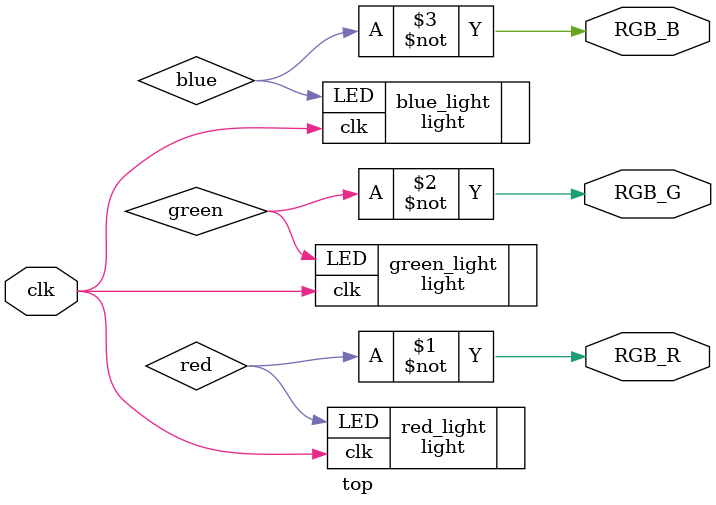
<source format=sv>
`include "light.sv"

module top #(
    parameter PWM_INTERVAL = 1200  // 1ms
) (
    input  logic clk,
    output logic RGB_R,
    output logic RGB_G,
    output logic RGB_B
);
  logic red, green, blue;

  light #(
      .PWM_INTERVAL(PWM_INTERVAL),
      .INITIAL_STATE(2'b01),  // HOLD1
      .INITIAL_STEP_COUNT(0.5),  // Start midway through cycle
      .INITIAL_DUTY_CYCLE(1)  // all 1s
  ) red_light (
      .clk(clk),
      .LED(red)
  );

  light #(PWM_INTERVAL) green_light (
      .clk(clk),
      .LED(green)
  );

  light #(
      .PWM_INTERVAL(PWM_INTERVAL),
      .INITIAL_STATE(2'b11)  // HOLD2
  ) blue_light (
      .clk(clk),
      .LED(blue)
  );

  assign RGB_R = ~red;
  assign RGB_G = ~green;
  assign RGB_B = ~blue;
endmodule

</source>
